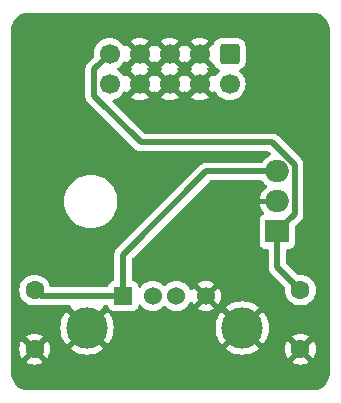
<source format=gbr>
%TF.GenerationSoftware,KiCad,Pcbnew,8.0.5*%
%TF.CreationDate,2024-12-20T11:39:28+13:00*%
%TF.ProjectId,eurorack_to_usb_7805,6575726f-7261-4636-9b5f-746f5f757362,rev?*%
%TF.SameCoordinates,Original*%
%TF.FileFunction,Copper,L1,Top*%
%TF.FilePolarity,Positive*%
%FSLAX46Y46*%
G04 Gerber Fmt 4.6, Leading zero omitted, Abs format (unit mm)*
G04 Created by KiCad (PCBNEW 8.0.5) date 2024-12-20 11:39:28*
%MOMM*%
%LPD*%
G01*
G04 APERTURE LIST*
G04 Aperture macros list*
%AMRoundRect*
0 Rectangle with rounded corners*
0 $1 Rounding radius*
0 $2 $3 $4 $5 $6 $7 $8 $9 X,Y pos of 4 corners*
0 Add a 4 corners polygon primitive as box body*
4,1,4,$2,$3,$4,$5,$6,$7,$8,$9,$2,$3,0*
0 Add four circle primitives for the rounded corners*
1,1,$1+$1,$2,$3*
1,1,$1+$1,$4,$5*
1,1,$1+$1,$6,$7*
1,1,$1+$1,$8,$9*
0 Add four rect primitives between the rounded corners*
20,1,$1+$1,$2,$3,$4,$5,0*
20,1,$1+$1,$4,$5,$6,$7,0*
20,1,$1+$1,$6,$7,$8,$9,0*
20,1,$1+$1,$8,$9,$2,$3,0*%
G04 Aperture macros list end*
%TA.AperFunction,ComponentPad*%
%ADD10R,1.524000X1.524000*%
%TD*%
%TA.AperFunction,ComponentPad*%
%ADD11C,1.524000*%
%TD*%
%TA.AperFunction,ComponentPad*%
%ADD12C,3.500000*%
%TD*%
%TA.AperFunction,ComponentPad*%
%ADD13C,1.600000*%
%TD*%
%TA.AperFunction,ComponentPad*%
%ADD14RoundRect,0.250000X-0.600000X0.600000X-0.600000X-0.600000X0.600000X-0.600000X0.600000X0.600000X0*%
%TD*%
%TA.AperFunction,ComponentPad*%
%ADD15C,1.700000*%
%TD*%
%TA.AperFunction,ComponentPad*%
%ADD16R,2.000000X1.905000*%
%TD*%
%TA.AperFunction,ComponentPad*%
%ADD17O,2.000000X1.905000*%
%TD*%
%TA.AperFunction,Conductor*%
%ADD18C,0.500000*%
%TD*%
G04 APERTURE END LIST*
D10*
%TO.P,J2,1,VBUS*%
%TO.N,Net-(J2-VBUS)*%
X145000000Y-100500000D03*
D11*
%TO.P,J2,2,D-*%
%TO.N,unconnected-(J2-D--Pad2)*%
X147500000Y-100500000D03*
%TO.P,J2,3,D+*%
%TO.N,unconnected-(J2-D+-Pad3)*%
X149500000Y-100500000D03*
%TO.P,J2,4,GND*%
%TO.N,GND*%
X152000000Y-100500000D03*
D12*
%TO.P,J2,5,Shield*%
X141930000Y-103210000D03*
X155070000Y-103210000D03*
%TD*%
D13*
%TO.P,C1,1*%
%TO.N,Net-(J1-Pin_9)*%
X160000000Y-100000000D03*
%TO.P,C1,2*%
%TO.N,GND*%
X160000000Y-105000000D03*
%TD*%
D14*
%TO.P,J1,1,Pin_1*%
%TO.N,unconnected-(J1-Pin_1-Pad1)*%
X154000000Y-80000000D03*
D15*
%TO.P,J1,2,Pin_2*%
%TO.N,unconnected-(J1-Pin_2-Pad2)*%
X154000000Y-82540000D03*
%TO.P,J1,3,Pin_3*%
%TO.N,GND*%
X151460000Y-80000000D03*
%TO.P,J1,4,Pin_4*%
X151460000Y-82540000D03*
%TO.P,J1,5,Pin_5*%
X148920000Y-80000000D03*
%TO.P,J1,6,Pin_6*%
X148920000Y-82540000D03*
%TO.P,J1,7,Pin_7*%
X146380000Y-80000000D03*
%TO.P,J1,8,Pin_8*%
X146380000Y-82540000D03*
%TO.P,J1,9,Pin_9*%
%TO.N,Net-(J1-Pin_9)*%
X143840000Y-80000000D03*
%TO.P,J1,10,Pin_10*%
%TO.N,unconnected-(J1-Pin_10-Pad10)*%
X143840000Y-82540000D03*
%TD*%
D16*
%TO.P,U1,1,VI*%
%TO.N,Net-(J1-Pin_9)*%
X158050000Y-95040000D03*
D17*
%TO.P,U1,2,GND*%
%TO.N,GND*%
X158050000Y-92500000D03*
%TO.P,U1,3,VO*%
%TO.N,Net-(J2-VBUS)*%
X158050000Y-89960000D03*
%TD*%
D13*
%TO.P,C2,1*%
%TO.N,Net-(J2-VBUS)*%
X137500000Y-100000000D03*
%TO.P,C2,2*%
%TO.N,GND*%
X137500000Y-105000000D03*
%TD*%
D18*
%TO.N,Net-(J2-VBUS)*%
X152040000Y-89960000D02*
X145000000Y-97000000D01*
X145000000Y-97000000D02*
X145000000Y-100500000D01*
X138000000Y-100500000D02*
X137500000Y-100000000D01*
X145000000Y-100500000D02*
X138000000Y-100500000D01*
X158050000Y-89960000D02*
X152040000Y-89960000D01*
%TO.N,Net-(J1-Pin_9)*%
X158050000Y-95040000D02*
X158050000Y-98050000D01*
X142540000Y-81300000D02*
X142540000Y-83540000D01*
X159500000Y-93590000D02*
X158050000Y-95040000D01*
X142540000Y-83540000D02*
X146500000Y-87500000D01*
X146500000Y-87500000D02*
X157620935Y-87500000D01*
X143840000Y-80000000D02*
X142540000Y-81300000D01*
X158050000Y-98050000D02*
X160000000Y-100000000D01*
X159500000Y-89379065D02*
X159500000Y-93590000D01*
X157620935Y-87500000D02*
X159500000Y-89379065D01*
%TD*%
%TA.AperFunction,Conductor*%
%TO.N,GND*%
G36*
X145914075Y-80192993D02*
G01*
X145979901Y-80307007D01*
X146072993Y-80400099D01*
X146187007Y-80465925D01*
X146250590Y-80482962D01*
X145618625Y-81114925D01*
X145695031Y-81168425D01*
X145738655Y-81223002D01*
X145745848Y-81292501D01*
X145714326Y-81354855D01*
X145695029Y-81371576D01*
X145618625Y-81425072D01*
X146250590Y-82057037D01*
X146187007Y-82074075D01*
X146072993Y-82139901D01*
X145979901Y-82232993D01*
X145914075Y-82347007D01*
X145897037Y-82410590D01*
X145265073Y-81778626D01*
X145211881Y-81854594D01*
X145157304Y-81898219D01*
X145087806Y-81905413D01*
X145025451Y-81873891D01*
X145008730Y-81854594D01*
X144878494Y-81668597D01*
X144711402Y-81501506D01*
X144711396Y-81501501D01*
X144525842Y-81371575D01*
X144482217Y-81316998D01*
X144475023Y-81247500D01*
X144506546Y-81185145D01*
X144525842Y-81168425D01*
X144650573Y-81081087D01*
X144711401Y-81038495D01*
X144878495Y-80871401D01*
X145008732Y-80685403D01*
X145063307Y-80641780D01*
X145132805Y-80634586D01*
X145195160Y-80666109D01*
X145211880Y-80685405D01*
X145265073Y-80761373D01*
X145897037Y-80129409D01*
X145914075Y-80192993D01*
G37*
%TD.AperFunction*%
%TA.AperFunction,Conductor*%
G36*
X150994075Y-80192993D02*
G01*
X151059901Y-80307007D01*
X151152993Y-80400099D01*
X151267007Y-80465925D01*
X151330590Y-80482962D01*
X150698625Y-81114925D01*
X150775031Y-81168425D01*
X150818655Y-81223002D01*
X150825848Y-81292501D01*
X150794326Y-81354855D01*
X150775029Y-81371576D01*
X150698625Y-81425072D01*
X151330590Y-82057037D01*
X151267007Y-82074075D01*
X151152993Y-82139901D01*
X151059901Y-82232993D01*
X150994075Y-82347007D01*
X150977037Y-82410590D01*
X150345072Y-81778625D01*
X150345072Y-81778626D01*
X150291574Y-81855030D01*
X150236998Y-81898655D01*
X150167499Y-81905849D01*
X150105144Y-81874326D01*
X150088424Y-81855030D01*
X150034925Y-81778626D01*
X150034925Y-81778625D01*
X149402962Y-82410589D01*
X149385925Y-82347007D01*
X149320099Y-82232993D01*
X149227007Y-82139901D01*
X149112993Y-82074075D01*
X149049410Y-82057037D01*
X149681373Y-81425073D01*
X149604969Y-81371576D01*
X149561344Y-81316999D01*
X149554150Y-81247501D01*
X149585672Y-81185146D01*
X149604968Y-81168425D01*
X149681373Y-81114925D01*
X149049409Y-80482962D01*
X149112993Y-80465925D01*
X149227007Y-80400099D01*
X149320099Y-80307007D01*
X149385925Y-80192993D01*
X149402962Y-80129410D01*
X150034925Y-80761373D01*
X150088425Y-80684968D01*
X150143002Y-80641344D01*
X150212501Y-80634151D01*
X150274855Y-80665673D01*
X150291576Y-80684969D01*
X150345073Y-80761372D01*
X150977037Y-80129409D01*
X150994075Y-80192993D01*
G37*
%TD.AperFunction*%
%TA.AperFunction,Conductor*%
G36*
X148454075Y-80192993D02*
G01*
X148519901Y-80307007D01*
X148612993Y-80400099D01*
X148727007Y-80465925D01*
X148790590Y-80482962D01*
X148158625Y-81114925D01*
X148235031Y-81168425D01*
X148278655Y-81223002D01*
X148285848Y-81292501D01*
X148254326Y-81354855D01*
X148235029Y-81371576D01*
X148158625Y-81425072D01*
X148790590Y-82057037D01*
X148727007Y-82074075D01*
X148612993Y-82139901D01*
X148519901Y-82232993D01*
X148454075Y-82347007D01*
X148437037Y-82410589D01*
X147805073Y-81778625D01*
X147805072Y-81778626D01*
X147751574Y-81855030D01*
X147696998Y-81898655D01*
X147627499Y-81905849D01*
X147565144Y-81874326D01*
X147548424Y-81855030D01*
X147494925Y-81778626D01*
X147494925Y-81778625D01*
X146862962Y-82410589D01*
X146845925Y-82347007D01*
X146780099Y-82232993D01*
X146687007Y-82139901D01*
X146572993Y-82074075D01*
X146509410Y-82057037D01*
X147141373Y-81425073D01*
X147064969Y-81371576D01*
X147021344Y-81316999D01*
X147014150Y-81247501D01*
X147045672Y-81185146D01*
X147064968Y-81168425D01*
X147141373Y-81114925D01*
X146509409Y-80482962D01*
X146572993Y-80465925D01*
X146687007Y-80400099D01*
X146780099Y-80307007D01*
X146845925Y-80192993D01*
X146862962Y-80129410D01*
X147494925Y-80761373D01*
X147548425Y-80684968D01*
X147603002Y-80641344D01*
X147672501Y-80634151D01*
X147734855Y-80665673D01*
X147751576Y-80684969D01*
X147805073Y-80761372D01*
X148437037Y-80129409D01*
X148454075Y-80192993D01*
G37*
%TD.AperFunction*%
%TA.AperFunction,Conductor*%
G36*
X152579341Y-80765789D02*
G01*
X152631191Y-80776209D01*
X152681375Y-80824823D01*
X152691206Y-80846967D01*
X152715185Y-80919331D01*
X152715187Y-80919336D01*
X152730713Y-80944508D01*
X152807288Y-81068656D01*
X152931344Y-81192712D01*
X153080666Y-81284814D01*
X153089264Y-81287663D01*
X153146707Y-81327433D01*
X153173531Y-81391948D01*
X153161217Y-81460724D01*
X153132234Y-81497483D01*
X153132427Y-81497676D01*
X153130798Y-81499304D01*
X153129975Y-81500349D01*
X153128599Y-81501503D01*
X152961505Y-81668597D01*
X152831269Y-81854595D01*
X152776692Y-81898220D01*
X152707194Y-81905414D01*
X152644839Y-81873891D01*
X152628119Y-81854595D01*
X152574925Y-81778626D01*
X152574925Y-81778625D01*
X151942962Y-82410589D01*
X151925925Y-82347007D01*
X151860099Y-82232993D01*
X151767007Y-82139901D01*
X151652993Y-82074075D01*
X151589410Y-82057037D01*
X152221373Y-81425073D01*
X152144969Y-81371576D01*
X152101344Y-81316999D01*
X152094150Y-81247501D01*
X152125672Y-81185146D01*
X152144968Y-81168425D01*
X152221373Y-81114925D01*
X151589409Y-80482962D01*
X151652993Y-80465925D01*
X151767007Y-80400099D01*
X151860099Y-80307007D01*
X151925925Y-80192993D01*
X151942962Y-80129410D01*
X152579341Y-80765789D01*
G37*
%TD.AperFunction*%
%TA.AperFunction,Conductor*%
G36*
X161004418Y-76500816D02*
G01*
X161204561Y-76515130D01*
X161222063Y-76517647D01*
X161413797Y-76559355D01*
X161430755Y-76564334D01*
X161614609Y-76632909D01*
X161630701Y-76640259D01*
X161802904Y-76734288D01*
X161817784Y-76743849D01*
X161974867Y-76861441D01*
X161988237Y-76873027D01*
X162126972Y-77011762D01*
X162138558Y-77025132D01*
X162256146Y-77182210D01*
X162265711Y-77197095D01*
X162359740Y-77369298D01*
X162367090Y-77385390D01*
X162435662Y-77569236D01*
X162440646Y-77586212D01*
X162482351Y-77777931D01*
X162484869Y-77795442D01*
X162499184Y-77995580D01*
X162499500Y-78004427D01*
X162499500Y-106995572D01*
X162499184Y-107004419D01*
X162484869Y-107204557D01*
X162482351Y-107222068D01*
X162440646Y-107413787D01*
X162435662Y-107430763D01*
X162367090Y-107614609D01*
X162359740Y-107630701D01*
X162265711Y-107802904D01*
X162256146Y-107817789D01*
X162138558Y-107974867D01*
X162126972Y-107988237D01*
X161988237Y-108126972D01*
X161974867Y-108138558D01*
X161817789Y-108256146D01*
X161802904Y-108265711D01*
X161630701Y-108359740D01*
X161614609Y-108367090D01*
X161430763Y-108435662D01*
X161413787Y-108440646D01*
X161222068Y-108482351D01*
X161204557Y-108484869D01*
X161023779Y-108497799D01*
X161004417Y-108499184D01*
X160995572Y-108499500D01*
X137004428Y-108499500D01*
X136995582Y-108499184D01*
X136973622Y-108497613D01*
X136795442Y-108484869D01*
X136777931Y-108482351D01*
X136586212Y-108440646D01*
X136569236Y-108435662D01*
X136385390Y-108367090D01*
X136369298Y-108359740D01*
X136197095Y-108265711D01*
X136182210Y-108256146D01*
X136025132Y-108138558D01*
X136011762Y-108126972D01*
X135873027Y-107988237D01*
X135861441Y-107974867D01*
X135743849Y-107817784D01*
X135734288Y-107802904D01*
X135640259Y-107630701D01*
X135632909Y-107614609D01*
X135572091Y-107451551D01*
X135564334Y-107430755D01*
X135559355Y-107413797D01*
X135517647Y-107222063D01*
X135515130Y-107204556D01*
X135500816Y-107004418D01*
X135500500Y-106995572D01*
X135500500Y-104999997D01*
X136195034Y-104999997D01*
X136195034Y-105000002D01*
X136214858Y-105226599D01*
X136214860Y-105226610D01*
X136273730Y-105446317D01*
X136273735Y-105446330D01*
X136369863Y-105652478D01*
X136420974Y-105725472D01*
X137100000Y-105046446D01*
X137100000Y-105052661D01*
X137127259Y-105154394D01*
X137179920Y-105245606D01*
X137254394Y-105320080D01*
X137345606Y-105372741D01*
X137447339Y-105400000D01*
X137453553Y-105400000D01*
X136774526Y-106079025D01*
X136847513Y-106130132D01*
X136847521Y-106130136D01*
X137053668Y-106226264D01*
X137053682Y-106226269D01*
X137273389Y-106285139D01*
X137273400Y-106285141D01*
X137499998Y-106304966D01*
X137500002Y-106304966D01*
X137726599Y-106285141D01*
X137726610Y-106285139D01*
X137946317Y-106226269D01*
X137946331Y-106226264D01*
X138152478Y-106130136D01*
X138225471Y-106079024D01*
X137546447Y-105400000D01*
X137552661Y-105400000D01*
X137654394Y-105372741D01*
X137745606Y-105320080D01*
X137820080Y-105245606D01*
X137872741Y-105154394D01*
X137900000Y-105052661D01*
X137900000Y-105046447D01*
X138579024Y-105725471D01*
X138630136Y-105652478D01*
X138726265Y-105446330D01*
X138726269Y-105446317D01*
X138785139Y-105226610D01*
X138785141Y-105226599D01*
X138804966Y-105000002D01*
X138804966Y-104999997D01*
X138785141Y-104773400D01*
X138785139Y-104773389D01*
X138726269Y-104553682D01*
X138726264Y-104553668D01*
X138630136Y-104347521D01*
X138630132Y-104347513D01*
X138579025Y-104274526D01*
X137900000Y-104953551D01*
X137900000Y-104947339D01*
X137872741Y-104845606D01*
X137820080Y-104754394D01*
X137745606Y-104679920D01*
X137654394Y-104627259D01*
X137552661Y-104600000D01*
X137546448Y-104600000D01*
X138225472Y-103920974D01*
X138152478Y-103869863D01*
X137946331Y-103773735D01*
X137946317Y-103773730D01*
X137726610Y-103714860D01*
X137726599Y-103714858D01*
X137500002Y-103695034D01*
X137499998Y-103695034D01*
X137273400Y-103714858D01*
X137273389Y-103714860D01*
X137053682Y-103773730D01*
X137053673Y-103773734D01*
X136847516Y-103869866D01*
X136847512Y-103869868D01*
X136774526Y-103920973D01*
X136774526Y-103920974D01*
X137453553Y-104600000D01*
X137447339Y-104600000D01*
X137345606Y-104627259D01*
X137254394Y-104679920D01*
X137179920Y-104754394D01*
X137127259Y-104845606D01*
X137100000Y-104947339D01*
X137100000Y-104953552D01*
X136420974Y-104274526D01*
X136420973Y-104274526D01*
X136369868Y-104347512D01*
X136369866Y-104347516D01*
X136273734Y-104553673D01*
X136273730Y-104553682D01*
X136214860Y-104773389D01*
X136214858Y-104773400D01*
X136195034Y-104999997D01*
X135500500Y-104999997D01*
X135500500Y-99999998D01*
X136194532Y-99999998D01*
X136194532Y-100000001D01*
X136214364Y-100226686D01*
X136214366Y-100226697D01*
X136273258Y-100446488D01*
X136273261Y-100446497D01*
X136369431Y-100652732D01*
X136369432Y-100652734D01*
X136499954Y-100839141D01*
X136660858Y-101000045D01*
X136660861Y-101000047D01*
X136847266Y-101130568D01*
X137053504Y-101226739D01*
X137273308Y-101285635D01*
X137435230Y-101299801D01*
X137499998Y-101305468D01*
X137500000Y-101305468D01*
X137500002Y-101305468D01*
X137556673Y-101300509D01*
X137726692Y-101285635D01*
X137858976Y-101250188D01*
X137915264Y-101248348D01*
X137926080Y-101250500D01*
X137926082Y-101250500D01*
X137926083Y-101250500D01*
X138073918Y-101250500D01*
X140422446Y-101250500D01*
X140489485Y-101270185D01*
X140535240Y-101322989D01*
X140545184Y-101392147D01*
X140524375Y-101437712D01*
X140523959Y-101450405D01*
X141311466Y-102237912D01*
X141180825Y-102332829D01*
X141052829Y-102460825D01*
X140957913Y-102591466D01*
X140170405Y-101803959D01*
X140170403Y-101803959D01*
X140141131Y-101837339D01*
X140141126Y-101837346D01*
X139977265Y-102082580D01*
X139977258Y-102082593D01*
X139846812Y-102347111D01*
X139752005Y-102626400D01*
X139752001Y-102626415D01*
X139694464Y-102915675D01*
X139694462Y-102915687D01*
X139675172Y-103210000D01*
X139694462Y-103504312D01*
X139694464Y-103504324D01*
X139752001Y-103793584D01*
X139752005Y-103793599D01*
X139846812Y-104072888D01*
X139977258Y-104337406D01*
X139977265Y-104337419D01*
X140141123Y-104582649D01*
X140170405Y-104616040D01*
X140957912Y-103828532D01*
X141052829Y-103959175D01*
X141180825Y-104087171D01*
X141311465Y-104182086D01*
X140523958Y-104969593D01*
X140557350Y-104998876D01*
X140802580Y-105162734D01*
X140802593Y-105162741D01*
X141067111Y-105293187D01*
X141346400Y-105387994D01*
X141346415Y-105387998D01*
X141635675Y-105445535D01*
X141635687Y-105445537D01*
X141930000Y-105464827D01*
X142224312Y-105445537D01*
X142224324Y-105445535D01*
X142513584Y-105387998D01*
X142513599Y-105387994D01*
X142792888Y-105293187D01*
X143057406Y-105162741D01*
X143057419Y-105162734D01*
X143302648Y-104998877D01*
X143336039Y-104969593D01*
X142548533Y-104182086D01*
X142679175Y-104087171D01*
X142807171Y-103959175D01*
X142902086Y-103828533D01*
X143689593Y-104616039D01*
X143718877Y-104582648D01*
X143882734Y-104337419D01*
X143882741Y-104337406D01*
X144013187Y-104072888D01*
X144107994Y-103793599D01*
X144107998Y-103793584D01*
X144165535Y-103504324D01*
X144165537Y-103504312D01*
X144184827Y-103210000D01*
X152815172Y-103210000D01*
X152834462Y-103504312D01*
X152834464Y-103504324D01*
X152892001Y-103793584D01*
X152892005Y-103793599D01*
X152986812Y-104072888D01*
X153117258Y-104337406D01*
X153117265Y-104337419D01*
X153281123Y-104582649D01*
X153310405Y-104616040D01*
X154097912Y-103828532D01*
X154192829Y-103959175D01*
X154320825Y-104087171D01*
X154451465Y-104182086D01*
X153663958Y-104969593D01*
X153697350Y-104998876D01*
X153942580Y-105162734D01*
X153942593Y-105162741D01*
X154207111Y-105293187D01*
X154486400Y-105387994D01*
X154486415Y-105387998D01*
X154775675Y-105445535D01*
X154775687Y-105445537D01*
X155070000Y-105464827D01*
X155364312Y-105445537D01*
X155364324Y-105445535D01*
X155653584Y-105387998D01*
X155653599Y-105387994D01*
X155932888Y-105293187D01*
X156197406Y-105162741D01*
X156197419Y-105162734D01*
X156440972Y-104999997D01*
X158695034Y-104999997D01*
X158695034Y-105000002D01*
X158714858Y-105226599D01*
X158714860Y-105226610D01*
X158773730Y-105446317D01*
X158773735Y-105446330D01*
X158869863Y-105652478D01*
X158920974Y-105725472D01*
X159600000Y-105046446D01*
X159600000Y-105052661D01*
X159627259Y-105154394D01*
X159679920Y-105245606D01*
X159754394Y-105320080D01*
X159845606Y-105372741D01*
X159947339Y-105400000D01*
X159953553Y-105400000D01*
X159274526Y-106079025D01*
X159347513Y-106130132D01*
X159347521Y-106130136D01*
X159553668Y-106226264D01*
X159553682Y-106226269D01*
X159773389Y-106285139D01*
X159773400Y-106285141D01*
X159999998Y-106304966D01*
X160000002Y-106304966D01*
X160226599Y-106285141D01*
X160226610Y-106285139D01*
X160446317Y-106226269D01*
X160446331Y-106226264D01*
X160652478Y-106130136D01*
X160725471Y-106079024D01*
X160046447Y-105400000D01*
X160052661Y-105400000D01*
X160154394Y-105372741D01*
X160245606Y-105320080D01*
X160320080Y-105245606D01*
X160372741Y-105154394D01*
X160400000Y-105052661D01*
X160400000Y-105046447D01*
X161079024Y-105725471D01*
X161130136Y-105652478D01*
X161226265Y-105446330D01*
X161226269Y-105446317D01*
X161285139Y-105226610D01*
X161285141Y-105226599D01*
X161304966Y-105000002D01*
X161304966Y-104999997D01*
X161285141Y-104773400D01*
X161285139Y-104773389D01*
X161226269Y-104553682D01*
X161226264Y-104553668D01*
X161130136Y-104347521D01*
X161130132Y-104347513D01*
X161079025Y-104274526D01*
X160400000Y-104953551D01*
X160400000Y-104947339D01*
X160372741Y-104845606D01*
X160320080Y-104754394D01*
X160245606Y-104679920D01*
X160154394Y-104627259D01*
X160052661Y-104600000D01*
X160046448Y-104600000D01*
X160725472Y-103920974D01*
X160652478Y-103869863D01*
X160446331Y-103773735D01*
X160446317Y-103773730D01*
X160226610Y-103714860D01*
X160226599Y-103714858D01*
X160000002Y-103695034D01*
X159999998Y-103695034D01*
X159773400Y-103714858D01*
X159773389Y-103714860D01*
X159553682Y-103773730D01*
X159553673Y-103773734D01*
X159347516Y-103869866D01*
X159347512Y-103869868D01*
X159274526Y-103920973D01*
X159274526Y-103920974D01*
X159953553Y-104600000D01*
X159947339Y-104600000D01*
X159845606Y-104627259D01*
X159754394Y-104679920D01*
X159679920Y-104754394D01*
X159627259Y-104845606D01*
X159600000Y-104947339D01*
X159600000Y-104953552D01*
X158920974Y-104274526D01*
X158920973Y-104274526D01*
X158869868Y-104347512D01*
X158869866Y-104347516D01*
X158773734Y-104553673D01*
X158773730Y-104553682D01*
X158714860Y-104773389D01*
X158714858Y-104773400D01*
X158695034Y-104999997D01*
X156440972Y-104999997D01*
X156442648Y-104998877D01*
X156476039Y-104969593D01*
X155688533Y-104182086D01*
X155819175Y-104087171D01*
X155947171Y-103959175D01*
X156042086Y-103828533D01*
X156829593Y-104616039D01*
X156858877Y-104582648D01*
X157022734Y-104337419D01*
X157022741Y-104337406D01*
X157153187Y-104072888D01*
X157247994Y-103793599D01*
X157247998Y-103793584D01*
X157305535Y-103504324D01*
X157305537Y-103504312D01*
X157324827Y-103210000D01*
X157305537Y-102915687D01*
X157305535Y-102915675D01*
X157247998Y-102626415D01*
X157247994Y-102626400D01*
X157153187Y-102347111D01*
X157022741Y-102082593D01*
X157022734Y-102082580D01*
X156858876Y-101837350D01*
X156829593Y-101803958D01*
X156042086Y-102591465D01*
X155947171Y-102460825D01*
X155819175Y-102332829D01*
X155688533Y-102237912D01*
X156476040Y-101450405D01*
X156442649Y-101421123D01*
X156197419Y-101257265D01*
X156197406Y-101257258D01*
X155932888Y-101126812D01*
X155653599Y-101032005D01*
X155653584Y-101032001D01*
X155364324Y-100974464D01*
X155364312Y-100974462D01*
X155070000Y-100955172D01*
X154775687Y-100974462D01*
X154775675Y-100974464D01*
X154486415Y-101032001D01*
X154486400Y-101032005D01*
X154207111Y-101126812D01*
X153942593Y-101257258D01*
X153942580Y-101257265D01*
X153697346Y-101421126D01*
X153697339Y-101421131D01*
X153663959Y-101450403D01*
X153663959Y-101450405D01*
X154451466Y-102237912D01*
X154320825Y-102332829D01*
X154192829Y-102460825D01*
X154097912Y-102591466D01*
X153310405Y-101803959D01*
X153310403Y-101803959D01*
X153281131Y-101837339D01*
X153281126Y-101837346D01*
X153117265Y-102082580D01*
X153117258Y-102082593D01*
X152986812Y-102347111D01*
X152892005Y-102626400D01*
X152892001Y-102626415D01*
X152834464Y-102915675D01*
X152834462Y-102915687D01*
X152815172Y-103210000D01*
X144184827Y-103210000D01*
X144165537Y-102915687D01*
X144165535Y-102915675D01*
X144107998Y-102626415D01*
X144107994Y-102626400D01*
X144013187Y-102347111D01*
X143882741Y-102082593D01*
X143882734Y-102082580D01*
X143718876Y-101837350D01*
X143689593Y-101803958D01*
X142902086Y-102591465D01*
X142807171Y-102460825D01*
X142679175Y-102332829D01*
X142548533Y-102237912D01*
X143336040Y-101450405D01*
X143335562Y-101435832D01*
X143318370Y-101408727D01*
X143318786Y-101338858D01*
X143356909Y-101280306D01*
X143420636Y-101251659D01*
X143437553Y-101250500D01*
X143619734Y-101250500D01*
X143686773Y-101270185D01*
X143732528Y-101322989D01*
X143743024Y-101361250D01*
X143743908Y-101369483D01*
X143794202Y-101504328D01*
X143794206Y-101504335D01*
X143880452Y-101619544D01*
X143880455Y-101619547D01*
X143995664Y-101705793D01*
X143995671Y-101705797D01*
X144130517Y-101756091D01*
X144130516Y-101756091D01*
X144137444Y-101756835D01*
X144190127Y-101762500D01*
X145809872Y-101762499D01*
X145869483Y-101756091D01*
X146004331Y-101705796D01*
X146119546Y-101619546D01*
X146205796Y-101504331D01*
X146256091Y-101369483D01*
X146262229Y-101312386D01*
X146288966Y-101247839D01*
X146346358Y-101207991D01*
X146416183Y-101205497D01*
X146476272Y-101241149D01*
X146487093Y-101254522D01*
X146529170Y-101314615D01*
X146529175Y-101314621D01*
X146685378Y-101470824D01*
X146685384Y-101470829D01*
X146866333Y-101597531D01*
X146866335Y-101597532D01*
X146866338Y-101597534D01*
X147066550Y-101690894D01*
X147279932Y-101748070D01*
X147437123Y-101761822D01*
X147499998Y-101767323D01*
X147500000Y-101767323D01*
X147500002Y-101767323D01*
X147555151Y-101762498D01*
X147720068Y-101748070D01*
X147933450Y-101690894D01*
X148133662Y-101597534D01*
X148314620Y-101470826D01*
X148412319Y-101373127D01*
X148473642Y-101339642D01*
X148543334Y-101344626D01*
X148587681Y-101373127D01*
X148685378Y-101470824D01*
X148685384Y-101470829D01*
X148866333Y-101597531D01*
X148866335Y-101597532D01*
X148866338Y-101597534D01*
X149066550Y-101690894D01*
X149279932Y-101748070D01*
X149437123Y-101761822D01*
X149499998Y-101767323D01*
X149500000Y-101767323D01*
X149500002Y-101767323D01*
X149555151Y-101762498D01*
X149720068Y-101748070D01*
X149933450Y-101690894D01*
X150133662Y-101597534D01*
X150314620Y-101470826D01*
X150470826Y-101314620D01*
X150597534Y-101133662D01*
X150637894Y-101047108D01*
X150684066Y-100994669D01*
X150751259Y-100975517D01*
X150818140Y-100995732D01*
X150862658Y-101047109D01*
X150902898Y-101133405D01*
X150902901Y-101133411D01*
X150948258Y-101198187D01*
X150948259Y-101198188D01*
X151549697Y-100596749D01*
X151571349Y-100677553D01*
X151631909Y-100782446D01*
X151717554Y-100868091D01*
X151822447Y-100928651D01*
X151903249Y-100950302D01*
X151301810Y-101551740D01*
X151366590Y-101597099D01*
X151366592Y-101597100D01*
X151566715Y-101690419D01*
X151566729Y-101690424D01*
X151780013Y-101747573D01*
X151780023Y-101747575D01*
X151999999Y-101766821D01*
X152000001Y-101766821D01*
X152219976Y-101747575D01*
X152219986Y-101747573D01*
X152433270Y-101690424D01*
X152433284Y-101690419D01*
X152633407Y-101597100D01*
X152633417Y-101597094D01*
X152698188Y-101551741D01*
X152096750Y-100950302D01*
X152177553Y-100928651D01*
X152282446Y-100868091D01*
X152368091Y-100782446D01*
X152428651Y-100677553D01*
X152450302Y-100596749D01*
X153051741Y-101198188D01*
X153097094Y-101133417D01*
X153097100Y-101133407D01*
X153190419Y-100933284D01*
X153190424Y-100933270D01*
X153247573Y-100719986D01*
X153247575Y-100719976D01*
X153266821Y-100500000D01*
X153266821Y-100499999D01*
X153247575Y-100280023D01*
X153247573Y-100280013D01*
X153190424Y-100066729D01*
X153190420Y-100066720D01*
X153097096Y-99866586D01*
X153051741Y-99801811D01*
X153051740Y-99801810D01*
X152450302Y-100403249D01*
X152428651Y-100322447D01*
X152368091Y-100217554D01*
X152282446Y-100131909D01*
X152177553Y-100071349D01*
X152096750Y-100049697D01*
X152698188Y-99448259D01*
X152698187Y-99448258D01*
X152633411Y-99402901D01*
X152633405Y-99402898D01*
X152433284Y-99309580D01*
X152433270Y-99309575D01*
X152219986Y-99252426D01*
X152219976Y-99252424D01*
X152000001Y-99233179D01*
X151999999Y-99233179D01*
X151780023Y-99252424D01*
X151780013Y-99252426D01*
X151566729Y-99309575D01*
X151566720Y-99309579D01*
X151366590Y-99402901D01*
X151301811Y-99448258D01*
X151903250Y-100049697D01*
X151822447Y-100071349D01*
X151717554Y-100131909D01*
X151631909Y-100217554D01*
X151571349Y-100322447D01*
X151549697Y-100403250D01*
X150948258Y-99801811D01*
X150902901Y-99866590D01*
X150862658Y-99952891D01*
X150816485Y-100005330D01*
X150749292Y-100024482D01*
X150682411Y-100004266D01*
X150637894Y-99952891D01*
X150597534Y-99866340D01*
X150597533Y-99866338D01*
X150548263Y-99795973D01*
X150474150Y-99690127D01*
X150470827Y-99685381D01*
X150412318Y-99626872D01*
X150314620Y-99529174D01*
X150314616Y-99529171D01*
X150314615Y-99529170D01*
X150133666Y-99402468D01*
X150133662Y-99402466D01*
X150086457Y-99380454D01*
X149933450Y-99309106D01*
X149933447Y-99309105D01*
X149933445Y-99309104D01*
X149720070Y-99251930D01*
X149720062Y-99251929D01*
X149500002Y-99232677D01*
X149499998Y-99232677D01*
X149279937Y-99251929D01*
X149279929Y-99251930D01*
X149066554Y-99309104D01*
X149066548Y-99309107D01*
X148866340Y-99402465D01*
X148866338Y-99402466D01*
X148685381Y-99529172D01*
X148587680Y-99626873D01*
X148526356Y-99660357D01*
X148456665Y-99655373D01*
X148412318Y-99626872D01*
X148314621Y-99529175D01*
X148314615Y-99529170D01*
X148133666Y-99402468D01*
X148133662Y-99402466D01*
X148086457Y-99380454D01*
X147933450Y-99309106D01*
X147933447Y-99309105D01*
X147933445Y-99309104D01*
X147720070Y-99251930D01*
X147720062Y-99251929D01*
X147500002Y-99232677D01*
X147499998Y-99232677D01*
X147279937Y-99251929D01*
X147279929Y-99251930D01*
X147066554Y-99309104D01*
X147066548Y-99309107D01*
X146866340Y-99402465D01*
X146866338Y-99402466D01*
X146685377Y-99529175D01*
X146529177Y-99685375D01*
X146487093Y-99745478D01*
X146432516Y-99789102D01*
X146363017Y-99796295D01*
X146300663Y-99764773D01*
X146265249Y-99704543D01*
X146262228Y-99687607D01*
X146256091Y-99630516D01*
X146205797Y-99495671D01*
X146205793Y-99495664D01*
X146119547Y-99380455D01*
X146119544Y-99380452D01*
X146004335Y-99294206D01*
X146004328Y-99294202D01*
X145869482Y-99243908D01*
X145869484Y-99243908D01*
X145861244Y-99243023D01*
X145796693Y-99216285D01*
X145756845Y-99158892D01*
X145750500Y-99119734D01*
X145750500Y-97362229D01*
X145770185Y-97295190D01*
X145786819Y-97274548D01*
X152314548Y-90746819D01*
X152375871Y-90713334D01*
X152402229Y-90710500D01*
X156688582Y-90710500D01*
X156755621Y-90730185D01*
X156788899Y-90761613D01*
X156894214Y-90906566D01*
X157055934Y-91068286D01*
X157140864Y-91129991D01*
X157183529Y-91185321D01*
X157189508Y-91254935D01*
X157156902Y-91316730D01*
X157140864Y-91330627D01*
X157056257Y-91392097D01*
X156894597Y-91553757D01*
X156760211Y-91738723D01*
X156656417Y-91942429D01*
X156585765Y-92159871D01*
X156571491Y-92250000D01*
X157501518Y-92250000D01*
X157490889Y-92268409D01*
X157450000Y-92421009D01*
X157450000Y-92578991D01*
X157490889Y-92731591D01*
X157501518Y-92750000D01*
X156571491Y-92750000D01*
X156585765Y-92840128D01*
X156656417Y-93057570D01*
X156760213Y-93261279D01*
X156893011Y-93444060D01*
X156916491Y-93509866D01*
X156900666Y-93577920D01*
X156850560Y-93626615D01*
X156836026Y-93633127D01*
X156807671Y-93643702D01*
X156807664Y-93643706D01*
X156692455Y-93729952D01*
X156692452Y-93729955D01*
X156606206Y-93845164D01*
X156606202Y-93845171D01*
X156555908Y-93980017D01*
X156549501Y-94039616D01*
X156549500Y-94039635D01*
X156549500Y-96040370D01*
X156549501Y-96040376D01*
X156555908Y-96099983D01*
X156606202Y-96234828D01*
X156606206Y-96234835D01*
X156692452Y-96350044D01*
X156692455Y-96350047D01*
X156807664Y-96436293D01*
X156807671Y-96436297D01*
X156852618Y-96453061D01*
X156942517Y-96486591D01*
X157002127Y-96493000D01*
X157175500Y-96492999D01*
X157242539Y-96512683D01*
X157288294Y-96565487D01*
X157299500Y-96616999D01*
X157299500Y-98123918D01*
X157299500Y-98123920D01*
X157299499Y-98123920D01*
X157328340Y-98268907D01*
X157328343Y-98268917D01*
X157384914Y-98405492D01*
X157417812Y-98454727D01*
X157417813Y-98454730D01*
X157467046Y-98528414D01*
X157467052Y-98528421D01*
X158673282Y-99734650D01*
X158706767Y-99795973D01*
X158709129Y-99833137D01*
X158694532Y-99999996D01*
X158694532Y-100000001D01*
X158714364Y-100226686D01*
X158714366Y-100226697D01*
X158773258Y-100446488D01*
X158773261Y-100446497D01*
X158869431Y-100652732D01*
X158869432Y-100652734D01*
X158999954Y-100839141D01*
X159160858Y-101000045D01*
X159160861Y-101000047D01*
X159347266Y-101130568D01*
X159553504Y-101226739D01*
X159773308Y-101285635D01*
X159935230Y-101299801D01*
X159999998Y-101305468D01*
X160000000Y-101305468D01*
X160000002Y-101305468D01*
X160056673Y-101300509D01*
X160226692Y-101285635D01*
X160446496Y-101226739D01*
X160652734Y-101130568D01*
X160839139Y-101000047D01*
X161000047Y-100839139D01*
X161130568Y-100652734D01*
X161226739Y-100446496D01*
X161285635Y-100226692D01*
X161305468Y-100000000D01*
X161301346Y-99952891D01*
X161290869Y-99833137D01*
X161285635Y-99773308D01*
X161226739Y-99553504D01*
X161130568Y-99347266D01*
X161000047Y-99160861D01*
X161000045Y-99160858D01*
X160839141Y-98999954D01*
X160652734Y-98869432D01*
X160652732Y-98869431D01*
X160446497Y-98773261D01*
X160446488Y-98773258D01*
X160226697Y-98714366D01*
X160226693Y-98714365D01*
X160226692Y-98714365D01*
X160226691Y-98714364D01*
X160226686Y-98714364D01*
X160000002Y-98694532D01*
X159999997Y-98694532D01*
X159833137Y-98709129D01*
X159764637Y-98695362D01*
X159734650Y-98673282D01*
X158836819Y-97775451D01*
X158803334Y-97714128D01*
X158800500Y-97687770D01*
X158800500Y-96616999D01*
X158820185Y-96549960D01*
X158872989Y-96504205D01*
X158924500Y-96492999D01*
X159097871Y-96492999D01*
X159097872Y-96492999D01*
X159157483Y-96486591D01*
X159292331Y-96436296D01*
X159407546Y-96350046D01*
X159493796Y-96234831D01*
X159544091Y-96099983D01*
X159550500Y-96040373D01*
X159550499Y-94652229D01*
X159570184Y-94585191D01*
X159586818Y-94564549D01*
X160082950Y-94068417D01*
X160082952Y-94068415D01*
X160150983Y-93966598D01*
X160165084Y-93945495D01*
X160195130Y-93872957D01*
X160221659Y-93808912D01*
X160250500Y-93663917D01*
X160250500Y-93516082D01*
X160250500Y-89305147D01*
X160250500Y-89305144D01*
X160221659Y-89160157D01*
X160221658Y-89160156D01*
X160221658Y-89160152D01*
X160220927Y-89158386D01*
X160165087Y-89023576D01*
X160165080Y-89023563D01*
X160082952Y-88900650D01*
X160034016Y-88851714D01*
X159978416Y-88796114D01*
X159598018Y-88415716D01*
X158099356Y-86917052D01*
X158099349Y-86917046D01*
X158025664Y-86867812D01*
X158025664Y-86867813D01*
X157976426Y-86834913D01*
X157839852Y-86778343D01*
X157839842Y-86778340D01*
X157694855Y-86749500D01*
X157694853Y-86749500D01*
X146862230Y-86749500D01*
X146795191Y-86729815D01*
X146774549Y-86713181D01*
X144117668Y-84056300D01*
X144084183Y-83994977D01*
X144089167Y-83925285D01*
X144131039Y-83869352D01*
X144173253Y-83848845D01*
X144264897Y-83824290D01*
X144303653Y-83813906D01*
X144303654Y-83813905D01*
X144303663Y-83813903D01*
X144517830Y-83714035D01*
X144711401Y-83578495D01*
X144878495Y-83411401D01*
X145008732Y-83225403D01*
X145063307Y-83181780D01*
X145132805Y-83174586D01*
X145195160Y-83206109D01*
X145211880Y-83225405D01*
X145265073Y-83301373D01*
X145897037Y-82669409D01*
X145914075Y-82732993D01*
X145979901Y-82847007D01*
X146072993Y-82940099D01*
X146187007Y-83005925D01*
X146250590Y-83022962D01*
X145618625Y-83654925D01*
X145702421Y-83713599D01*
X145916507Y-83813429D01*
X145916516Y-83813433D01*
X146144673Y-83874567D01*
X146144684Y-83874569D01*
X146379998Y-83895157D01*
X146380002Y-83895157D01*
X146615315Y-83874569D01*
X146615326Y-83874567D01*
X146843483Y-83813433D01*
X146843492Y-83813429D01*
X147057578Y-83713600D01*
X147057582Y-83713598D01*
X147141373Y-83654926D01*
X147141373Y-83654925D01*
X146509409Y-83022962D01*
X146572993Y-83005925D01*
X146687007Y-82940099D01*
X146780099Y-82847007D01*
X146845925Y-82732993D01*
X146862962Y-82669410D01*
X147494925Y-83301373D01*
X147548425Y-83224968D01*
X147603002Y-83181344D01*
X147672501Y-83174151D01*
X147734855Y-83205673D01*
X147751576Y-83224969D01*
X147805073Y-83301372D01*
X148437037Y-82669409D01*
X148454075Y-82732993D01*
X148519901Y-82847007D01*
X148612993Y-82940099D01*
X148727007Y-83005925D01*
X148790590Y-83022962D01*
X148158625Y-83654925D01*
X148242421Y-83713599D01*
X148456507Y-83813429D01*
X148456516Y-83813433D01*
X148684673Y-83874567D01*
X148684684Y-83874569D01*
X148919998Y-83895157D01*
X148920002Y-83895157D01*
X149155315Y-83874569D01*
X149155326Y-83874567D01*
X149383483Y-83813433D01*
X149383492Y-83813429D01*
X149597578Y-83713600D01*
X149597582Y-83713598D01*
X149681373Y-83654926D01*
X149681373Y-83654925D01*
X149049409Y-83022962D01*
X149112993Y-83005925D01*
X149227007Y-82940099D01*
X149320099Y-82847007D01*
X149385925Y-82732993D01*
X149402962Y-82669410D01*
X150034925Y-83301373D01*
X150088425Y-83224968D01*
X150143002Y-83181344D01*
X150212501Y-83174151D01*
X150274855Y-83205673D01*
X150291576Y-83224969D01*
X150345073Y-83301372D01*
X150977037Y-82669409D01*
X150994075Y-82732993D01*
X151059901Y-82847007D01*
X151152993Y-82940099D01*
X151267007Y-83005925D01*
X151330590Y-83022962D01*
X150698625Y-83654925D01*
X150782421Y-83713599D01*
X150996507Y-83813429D01*
X150996516Y-83813433D01*
X151224673Y-83874567D01*
X151224684Y-83874569D01*
X151459998Y-83895157D01*
X151460002Y-83895157D01*
X151695315Y-83874569D01*
X151695326Y-83874567D01*
X151923483Y-83813433D01*
X151923492Y-83813429D01*
X152137578Y-83713600D01*
X152137582Y-83713598D01*
X152221373Y-83654926D01*
X152221373Y-83654925D01*
X151589409Y-83022962D01*
X151652993Y-83005925D01*
X151767007Y-82940099D01*
X151860099Y-82847007D01*
X151925925Y-82732993D01*
X151942962Y-82669410D01*
X152574925Y-83301373D01*
X152628119Y-83225405D01*
X152682696Y-83181781D01*
X152752195Y-83174588D01*
X152814549Y-83206110D01*
X152831269Y-83225405D01*
X152961505Y-83411401D01*
X153128599Y-83578495D01*
X153179191Y-83613920D01*
X153322165Y-83714032D01*
X153322167Y-83714033D01*
X153322170Y-83714035D01*
X153536337Y-83813903D01*
X153764592Y-83875063D01*
X153952918Y-83891539D01*
X153999999Y-83895659D01*
X154000000Y-83895659D01*
X154000001Y-83895659D01*
X154039234Y-83892226D01*
X154235408Y-83875063D01*
X154463663Y-83813903D01*
X154677830Y-83714035D01*
X154871401Y-83578495D01*
X155038495Y-83411401D01*
X155174035Y-83217830D01*
X155273903Y-83003663D01*
X155335063Y-82775408D01*
X155355659Y-82540000D01*
X155335063Y-82304592D01*
X155273903Y-82076337D01*
X155174035Y-81862171D01*
X155168731Y-81854595D01*
X155038494Y-81668597D01*
X154871398Y-81501501D01*
X154870030Y-81500354D01*
X154869592Y-81499696D01*
X154867573Y-81497677D01*
X154867978Y-81497271D01*
X154831330Y-81442182D01*
X154830224Y-81372321D01*
X154867063Y-81312952D01*
X154910737Y-81287662D01*
X154919334Y-81284814D01*
X155068656Y-81192712D01*
X155192712Y-81068656D01*
X155284814Y-80919334D01*
X155339999Y-80752797D01*
X155350500Y-80650009D01*
X155350499Y-79349992D01*
X155339999Y-79247203D01*
X155284814Y-79080666D01*
X155192712Y-78931344D01*
X155068656Y-78807288D01*
X154937784Y-78726566D01*
X154919336Y-78715187D01*
X154919331Y-78715185D01*
X154917862Y-78714698D01*
X154752797Y-78660001D01*
X154752795Y-78660000D01*
X154650010Y-78649500D01*
X153349998Y-78649500D01*
X153349981Y-78649501D01*
X153247203Y-78660000D01*
X153247200Y-78660001D01*
X153080668Y-78715185D01*
X153080663Y-78715187D01*
X152931342Y-78807289D01*
X152807289Y-78931342D01*
X152715187Y-79080663D01*
X152715182Y-79080674D01*
X152691205Y-79153032D01*
X152651432Y-79210477D01*
X152586916Y-79237299D01*
X152576138Y-79237412D01*
X151942962Y-79870589D01*
X151925925Y-79807007D01*
X151860099Y-79692993D01*
X151767007Y-79599901D01*
X151652993Y-79534075D01*
X151589410Y-79517037D01*
X152221373Y-78885073D01*
X152221373Y-78885072D01*
X152137583Y-78826402D01*
X152137579Y-78826400D01*
X151923492Y-78726570D01*
X151923483Y-78726566D01*
X151695326Y-78665432D01*
X151695315Y-78665430D01*
X151460002Y-78644843D01*
X151459998Y-78644843D01*
X151224684Y-78665430D01*
X151224673Y-78665432D01*
X150996516Y-78726566D01*
X150996507Y-78726570D01*
X150782419Y-78826401D01*
X150698625Y-78885072D01*
X151330590Y-79517037D01*
X151267007Y-79534075D01*
X151152993Y-79599901D01*
X151059901Y-79692993D01*
X150994075Y-79807007D01*
X150977037Y-79870590D01*
X150345072Y-79238625D01*
X150345072Y-79238626D01*
X150291574Y-79315030D01*
X150236998Y-79358655D01*
X150167499Y-79365849D01*
X150105144Y-79334326D01*
X150088424Y-79315030D01*
X150034925Y-79238626D01*
X150034925Y-79238625D01*
X149402962Y-79870589D01*
X149385925Y-79807007D01*
X149320099Y-79692993D01*
X149227007Y-79599901D01*
X149112993Y-79534075D01*
X149049410Y-79517037D01*
X149681373Y-78885073D01*
X149681373Y-78885072D01*
X149597583Y-78826402D01*
X149597579Y-78826400D01*
X149383492Y-78726570D01*
X149383483Y-78726566D01*
X149155326Y-78665432D01*
X149155315Y-78665430D01*
X148920002Y-78644843D01*
X148919998Y-78644843D01*
X148684684Y-78665430D01*
X148684673Y-78665432D01*
X148456516Y-78726566D01*
X148456507Y-78726570D01*
X148242419Y-78826401D01*
X148158625Y-78885072D01*
X148790590Y-79517037D01*
X148727007Y-79534075D01*
X148612993Y-79599901D01*
X148519901Y-79692993D01*
X148454075Y-79807007D01*
X148437037Y-79870589D01*
X147805073Y-79238625D01*
X147805072Y-79238626D01*
X147751574Y-79315030D01*
X147696998Y-79358655D01*
X147627499Y-79365849D01*
X147565144Y-79334326D01*
X147548424Y-79315030D01*
X147494925Y-79238626D01*
X147494925Y-79238625D01*
X146862962Y-79870589D01*
X146845925Y-79807007D01*
X146780099Y-79692993D01*
X146687007Y-79599901D01*
X146572993Y-79534075D01*
X146509410Y-79517037D01*
X147141373Y-78885073D01*
X147141373Y-78885072D01*
X147057583Y-78826402D01*
X147057579Y-78826400D01*
X146843492Y-78726570D01*
X146843483Y-78726566D01*
X146615326Y-78665432D01*
X146615315Y-78665430D01*
X146380002Y-78644843D01*
X146379998Y-78644843D01*
X146144684Y-78665430D01*
X146144673Y-78665432D01*
X145916516Y-78726566D01*
X145916507Y-78726570D01*
X145702419Y-78826401D01*
X145618625Y-78885072D01*
X146250590Y-79517037D01*
X146187007Y-79534075D01*
X146072993Y-79599901D01*
X145979901Y-79692993D01*
X145914075Y-79807007D01*
X145897037Y-79870590D01*
X145265073Y-79238626D01*
X145211881Y-79314594D01*
X145157304Y-79358219D01*
X145087806Y-79365413D01*
X145025451Y-79333891D01*
X145008730Y-79314594D01*
X144878494Y-79128597D01*
X144711402Y-78961506D01*
X144711395Y-78961501D01*
X144517834Y-78825967D01*
X144517830Y-78825965D01*
X144477777Y-78807288D01*
X144303663Y-78726097D01*
X144303659Y-78726096D01*
X144303655Y-78726094D01*
X144075413Y-78664938D01*
X144075403Y-78664936D01*
X143840001Y-78644341D01*
X143839999Y-78644341D01*
X143604596Y-78664936D01*
X143604586Y-78664938D01*
X143376344Y-78726094D01*
X143376335Y-78726098D01*
X143162171Y-78825964D01*
X143162169Y-78825965D01*
X142968597Y-78961505D01*
X142801505Y-79128597D01*
X142665965Y-79322169D01*
X142665964Y-79322171D01*
X142566098Y-79536335D01*
X142566094Y-79536344D01*
X142504938Y-79764586D01*
X142504936Y-79764596D01*
X142484341Y-79999999D01*
X142484341Y-80000001D01*
X142502977Y-80213013D01*
X142489210Y-80281513D01*
X142467130Y-80311501D01*
X141957052Y-80821578D01*
X141957049Y-80821581D01*
X141923761Y-80871400D01*
X141923762Y-80871401D01*
X141874914Y-80944508D01*
X141818343Y-81081082D01*
X141818340Y-81081092D01*
X141789500Y-81226079D01*
X141789500Y-81226082D01*
X141789500Y-83613918D01*
X141789500Y-83613920D01*
X141789499Y-83613920D01*
X141818340Y-83758907D01*
X141818342Y-83758913D01*
X141874915Y-83895493D01*
X141874918Y-83895499D01*
X141875029Y-83895664D01*
X141875148Y-83895841D01*
X141957051Y-84018420D01*
X141957052Y-84018421D01*
X146021584Y-88082952D01*
X146021586Y-88082954D01*
X146051058Y-88102645D01*
X146095268Y-88132184D01*
X146095270Y-88132187D01*
X146095271Y-88132187D01*
X146144496Y-88165079D01*
X146144511Y-88165087D01*
X146201079Y-88188518D01*
X146201080Y-88188518D01*
X146281088Y-88221659D01*
X146397241Y-88244763D01*
X146416468Y-88248587D01*
X146426081Y-88250500D01*
X146426082Y-88250500D01*
X146426083Y-88250500D01*
X146573918Y-88250500D01*
X157258705Y-88250500D01*
X157325744Y-88270185D01*
X157346386Y-88286819D01*
X157475283Y-88415716D01*
X157508768Y-88477039D01*
X157503784Y-88546731D01*
X157461912Y-88602664D01*
X157443897Y-88613882D01*
X157240961Y-88717283D01*
X157135396Y-88793980D01*
X157055934Y-88851714D01*
X157055932Y-88851716D01*
X157055931Y-88851716D01*
X156894216Y-89013431D01*
X156894216Y-89013432D01*
X156894214Y-89013434D01*
X156788900Y-89158386D01*
X156733570Y-89201051D01*
X156688582Y-89209500D01*
X151966080Y-89209500D01*
X151821092Y-89238340D01*
X151821082Y-89238343D01*
X151684511Y-89294912D01*
X151684498Y-89294919D01*
X151561584Y-89377048D01*
X151561580Y-89377051D01*
X144417050Y-96521580D01*
X144417044Y-96521588D01*
X144367812Y-96595268D01*
X144367813Y-96595269D01*
X144334921Y-96644496D01*
X144334914Y-96644508D01*
X144278342Y-96781086D01*
X144278340Y-96781092D01*
X144249500Y-96926079D01*
X144249500Y-99119733D01*
X144229815Y-99186772D01*
X144177011Y-99232527D01*
X144138757Y-99243022D01*
X144130519Y-99243907D01*
X143995671Y-99294202D01*
X143995664Y-99294206D01*
X143880455Y-99380452D01*
X143880452Y-99380455D01*
X143794206Y-99495664D01*
X143794202Y-99495671D01*
X143743908Y-99630516D01*
X143743023Y-99638756D01*
X143716285Y-99703307D01*
X143658892Y-99743155D01*
X143619734Y-99749500D01*
X138874405Y-99749500D01*
X138807366Y-99729815D01*
X138761611Y-99677011D01*
X138754630Y-99657594D01*
X138726740Y-99553508D01*
X138726738Y-99553502D01*
X138699770Y-99495669D01*
X138630568Y-99347266D01*
X138500047Y-99160861D01*
X138500045Y-99160858D01*
X138339141Y-98999954D01*
X138152734Y-98869432D01*
X138152732Y-98869431D01*
X137946497Y-98773261D01*
X137946488Y-98773258D01*
X137726697Y-98714366D01*
X137726693Y-98714365D01*
X137726692Y-98714365D01*
X137726691Y-98714364D01*
X137726686Y-98714364D01*
X137500002Y-98694532D01*
X137499998Y-98694532D01*
X137273313Y-98714364D01*
X137273302Y-98714366D01*
X137053511Y-98773258D01*
X137053502Y-98773261D01*
X136847267Y-98869431D01*
X136847265Y-98869432D01*
X136660858Y-98999954D01*
X136499954Y-99160858D01*
X136369432Y-99347265D01*
X136369431Y-99347267D01*
X136273261Y-99553502D01*
X136273258Y-99553511D01*
X136214366Y-99773302D01*
X136214364Y-99773313D01*
X136194532Y-99999998D01*
X135500500Y-99999998D01*
X135500500Y-92499992D01*
X139994671Y-92499992D01*
X139994671Y-92500007D01*
X140013964Y-92794363D01*
X140013965Y-92794373D01*
X140013966Y-92794380D01*
X140013968Y-92794390D01*
X140071518Y-93083716D01*
X140071521Y-93083730D01*
X140166349Y-93363080D01*
X140296825Y-93627660D01*
X140296829Y-93627667D01*
X140460725Y-93872955D01*
X140655241Y-94094758D01*
X140877043Y-94289273D01*
X141122335Y-94453172D01*
X141386923Y-94583652D01*
X141666278Y-94678481D01*
X141955620Y-94736034D01*
X141983888Y-94737886D01*
X142249993Y-94755329D01*
X142250000Y-94755329D01*
X142250007Y-94755329D01*
X142485675Y-94739881D01*
X142544380Y-94736034D01*
X142833722Y-94678481D01*
X143113077Y-94583652D01*
X143377665Y-94453172D01*
X143622957Y-94289273D01*
X143844758Y-94094758D01*
X144039273Y-93872957D01*
X144203172Y-93627665D01*
X144333652Y-93363077D01*
X144428481Y-93083722D01*
X144486034Y-92794380D01*
X144492676Y-92693039D01*
X144505329Y-92500007D01*
X144505329Y-92499992D01*
X144486035Y-92205636D01*
X144486034Y-92205620D01*
X144428481Y-91916278D01*
X144333652Y-91636923D01*
X144203172Y-91372336D01*
X144039273Y-91127043D01*
X143987742Y-91068283D01*
X143844758Y-90905241D01*
X143622955Y-90710725D01*
X143377667Y-90546829D01*
X143377660Y-90546825D01*
X143113080Y-90416349D01*
X142833730Y-90321521D01*
X142833724Y-90321519D01*
X142833722Y-90321519D01*
X142544380Y-90263966D01*
X142544373Y-90263965D01*
X142544363Y-90263964D01*
X142250007Y-90244671D01*
X142249993Y-90244671D01*
X141955636Y-90263964D01*
X141955624Y-90263965D01*
X141955620Y-90263966D01*
X141955612Y-90263967D01*
X141955609Y-90263968D01*
X141666283Y-90321518D01*
X141666269Y-90321521D01*
X141386919Y-90416349D01*
X141122334Y-90546828D01*
X140877041Y-90710728D01*
X140655241Y-90905241D01*
X140460728Y-91127041D01*
X140296828Y-91372334D01*
X140166349Y-91636919D01*
X140071521Y-91916269D01*
X140071518Y-91916283D01*
X140013968Y-92205609D01*
X140013964Y-92205636D01*
X139994671Y-92499992D01*
X135500500Y-92499992D01*
X135500500Y-78004427D01*
X135500816Y-77995581D01*
X135515130Y-77795443D01*
X135515131Y-77795442D01*
X135515130Y-77795436D01*
X135517646Y-77777938D01*
X135559356Y-77586199D01*
X135564333Y-77569248D01*
X135632911Y-77385385D01*
X135640259Y-77369298D01*
X135702815Y-77254734D01*
X135734291Y-77197089D01*
X135743845Y-77182221D01*
X135861448Y-77025123D01*
X135873020Y-77011769D01*
X136011769Y-76873020D01*
X136025123Y-76861448D01*
X136182221Y-76743845D01*
X136197089Y-76734291D01*
X136369298Y-76640258D01*
X136385385Y-76632911D01*
X136569248Y-76564333D01*
X136586199Y-76559356D01*
X136777938Y-76517646D01*
X136795436Y-76515130D01*
X136995582Y-76500816D01*
X137004428Y-76500500D01*
X137065892Y-76500500D01*
X160934108Y-76500500D01*
X160995572Y-76500500D01*
X161004418Y-76500816D01*
G37*
%TD.AperFunction*%
%TD*%
M02*

</source>
